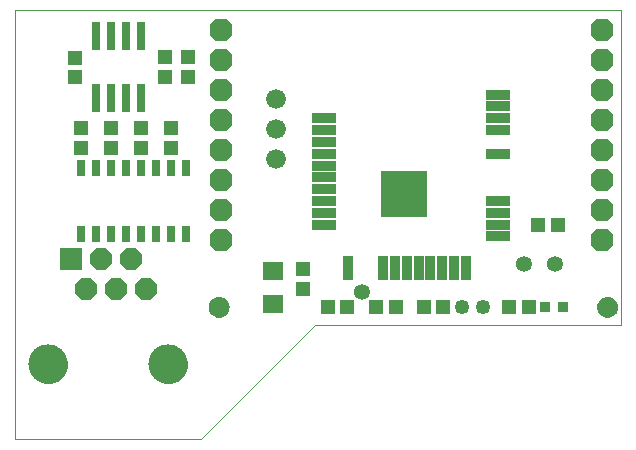
<source format=gts>
G75*
%MOIN*%
%OFA0B0*%
%FSLAX25Y25*%
%IPPOS*%
%LPD*%
%AMOC8*
5,1,8,0,0,1.08239X$1,22.5*
%
%ADD10C,0.00000*%
%ADD11C,0.05324*%
%ADD12OC8,0.07600*%
%ADD13R,0.03750X0.03750*%
%ADD14C,0.00500*%
%ADD15R,0.04931X0.04537*%
%ADD16R,0.04537X0.04931*%
%ADD17R,0.04537X0.04537*%
%ADD18R,0.06899X0.06112*%
%ADD19C,0.04931*%
%ADD20C,0.06600*%
%ADD21R,0.08080X0.03750*%
%ADD22R,0.03750X0.08080*%
%ADD23R,0.15167X0.15167*%
%ADD24R,0.02962X0.05324*%
%ADD25R,0.03000X0.09300*%
%ADD26C,0.13100*%
%ADD27R,0.07200X0.07200*%
%ADD28OC8,0.07200*%
D10*
X0001500Y0001550D02*
X0001500Y0144550D01*
X0203500Y0144550D01*
X0203500Y0039550D01*
X0101500Y0039550D01*
X0063500Y0001550D01*
X0001500Y0001550D01*
X0006250Y0026550D02*
X0006252Y0026708D01*
X0006258Y0026865D01*
X0006268Y0027023D01*
X0006282Y0027180D01*
X0006300Y0027336D01*
X0006321Y0027493D01*
X0006347Y0027648D01*
X0006377Y0027803D01*
X0006410Y0027957D01*
X0006448Y0028110D01*
X0006489Y0028263D01*
X0006534Y0028414D01*
X0006583Y0028564D01*
X0006636Y0028712D01*
X0006692Y0028860D01*
X0006753Y0029005D01*
X0006816Y0029150D01*
X0006884Y0029292D01*
X0006955Y0029433D01*
X0007029Y0029572D01*
X0007107Y0029709D01*
X0007189Y0029844D01*
X0007273Y0029977D01*
X0007362Y0030108D01*
X0007453Y0030236D01*
X0007548Y0030363D01*
X0007645Y0030486D01*
X0007746Y0030608D01*
X0007850Y0030726D01*
X0007957Y0030842D01*
X0008067Y0030955D01*
X0008179Y0031066D01*
X0008295Y0031173D01*
X0008413Y0031278D01*
X0008533Y0031380D01*
X0008656Y0031478D01*
X0008782Y0031574D01*
X0008910Y0031666D01*
X0009040Y0031755D01*
X0009172Y0031841D01*
X0009307Y0031923D01*
X0009444Y0032002D01*
X0009582Y0032077D01*
X0009722Y0032149D01*
X0009865Y0032217D01*
X0010008Y0032282D01*
X0010154Y0032343D01*
X0010301Y0032400D01*
X0010449Y0032454D01*
X0010599Y0032504D01*
X0010749Y0032550D01*
X0010901Y0032592D01*
X0011054Y0032631D01*
X0011208Y0032665D01*
X0011363Y0032696D01*
X0011518Y0032722D01*
X0011674Y0032745D01*
X0011831Y0032764D01*
X0011988Y0032779D01*
X0012145Y0032790D01*
X0012303Y0032797D01*
X0012461Y0032800D01*
X0012618Y0032799D01*
X0012776Y0032794D01*
X0012933Y0032785D01*
X0013091Y0032772D01*
X0013247Y0032755D01*
X0013404Y0032734D01*
X0013559Y0032710D01*
X0013714Y0032681D01*
X0013869Y0032648D01*
X0014022Y0032612D01*
X0014175Y0032571D01*
X0014326Y0032527D01*
X0014476Y0032479D01*
X0014625Y0032428D01*
X0014773Y0032372D01*
X0014919Y0032313D01*
X0015064Y0032250D01*
X0015207Y0032183D01*
X0015348Y0032113D01*
X0015487Y0032040D01*
X0015625Y0031963D01*
X0015761Y0031882D01*
X0015894Y0031798D01*
X0016025Y0031711D01*
X0016154Y0031620D01*
X0016281Y0031526D01*
X0016406Y0031429D01*
X0016527Y0031329D01*
X0016647Y0031226D01*
X0016763Y0031120D01*
X0016877Y0031011D01*
X0016989Y0030899D01*
X0017097Y0030785D01*
X0017202Y0030667D01*
X0017305Y0030547D01*
X0017404Y0030425D01*
X0017500Y0030300D01*
X0017593Y0030172D01*
X0017683Y0030043D01*
X0017769Y0029911D01*
X0017853Y0029777D01*
X0017932Y0029641D01*
X0018009Y0029503D01*
X0018081Y0029363D01*
X0018150Y0029221D01*
X0018216Y0029078D01*
X0018278Y0028933D01*
X0018336Y0028786D01*
X0018391Y0028638D01*
X0018442Y0028489D01*
X0018489Y0028338D01*
X0018532Y0028187D01*
X0018571Y0028034D01*
X0018607Y0027880D01*
X0018638Y0027726D01*
X0018666Y0027571D01*
X0018690Y0027415D01*
X0018710Y0027258D01*
X0018726Y0027101D01*
X0018738Y0026944D01*
X0018746Y0026787D01*
X0018750Y0026629D01*
X0018750Y0026471D01*
X0018746Y0026313D01*
X0018738Y0026156D01*
X0018726Y0025999D01*
X0018710Y0025842D01*
X0018690Y0025685D01*
X0018666Y0025529D01*
X0018638Y0025374D01*
X0018607Y0025220D01*
X0018571Y0025066D01*
X0018532Y0024913D01*
X0018489Y0024762D01*
X0018442Y0024611D01*
X0018391Y0024462D01*
X0018336Y0024314D01*
X0018278Y0024167D01*
X0018216Y0024022D01*
X0018150Y0023879D01*
X0018081Y0023737D01*
X0018009Y0023597D01*
X0017932Y0023459D01*
X0017853Y0023323D01*
X0017769Y0023189D01*
X0017683Y0023057D01*
X0017593Y0022928D01*
X0017500Y0022800D01*
X0017404Y0022675D01*
X0017305Y0022553D01*
X0017202Y0022433D01*
X0017097Y0022315D01*
X0016989Y0022201D01*
X0016877Y0022089D01*
X0016763Y0021980D01*
X0016647Y0021874D01*
X0016527Y0021771D01*
X0016406Y0021671D01*
X0016281Y0021574D01*
X0016154Y0021480D01*
X0016025Y0021389D01*
X0015894Y0021302D01*
X0015761Y0021218D01*
X0015625Y0021137D01*
X0015487Y0021060D01*
X0015348Y0020987D01*
X0015207Y0020917D01*
X0015064Y0020850D01*
X0014919Y0020787D01*
X0014773Y0020728D01*
X0014625Y0020672D01*
X0014476Y0020621D01*
X0014326Y0020573D01*
X0014175Y0020529D01*
X0014022Y0020488D01*
X0013869Y0020452D01*
X0013714Y0020419D01*
X0013559Y0020390D01*
X0013404Y0020366D01*
X0013247Y0020345D01*
X0013091Y0020328D01*
X0012933Y0020315D01*
X0012776Y0020306D01*
X0012618Y0020301D01*
X0012461Y0020300D01*
X0012303Y0020303D01*
X0012145Y0020310D01*
X0011988Y0020321D01*
X0011831Y0020336D01*
X0011674Y0020355D01*
X0011518Y0020378D01*
X0011363Y0020404D01*
X0011208Y0020435D01*
X0011054Y0020469D01*
X0010901Y0020508D01*
X0010749Y0020550D01*
X0010599Y0020596D01*
X0010449Y0020646D01*
X0010301Y0020700D01*
X0010154Y0020757D01*
X0010008Y0020818D01*
X0009865Y0020883D01*
X0009722Y0020951D01*
X0009582Y0021023D01*
X0009444Y0021098D01*
X0009307Y0021177D01*
X0009172Y0021259D01*
X0009040Y0021345D01*
X0008910Y0021434D01*
X0008782Y0021526D01*
X0008656Y0021622D01*
X0008533Y0021720D01*
X0008413Y0021822D01*
X0008295Y0021927D01*
X0008179Y0022034D01*
X0008067Y0022145D01*
X0007957Y0022258D01*
X0007850Y0022374D01*
X0007746Y0022492D01*
X0007645Y0022614D01*
X0007548Y0022737D01*
X0007453Y0022864D01*
X0007362Y0022992D01*
X0007273Y0023123D01*
X0007189Y0023256D01*
X0007107Y0023391D01*
X0007029Y0023528D01*
X0006955Y0023667D01*
X0006884Y0023808D01*
X0006816Y0023950D01*
X0006753Y0024095D01*
X0006692Y0024240D01*
X0006636Y0024388D01*
X0006583Y0024536D01*
X0006534Y0024686D01*
X0006489Y0024837D01*
X0006448Y0024990D01*
X0006410Y0025143D01*
X0006377Y0025297D01*
X0006347Y0025452D01*
X0006321Y0025607D01*
X0006300Y0025764D01*
X0006282Y0025920D01*
X0006268Y0026077D01*
X0006258Y0026235D01*
X0006252Y0026392D01*
X0006250Y0026550D01*
X0046250Y0026550D02*
X0046252Y0026708D01*
X0046258Y0026865D01*
X0046268Y0027023D01*
X0046282Y0027180D01*
X0046300Y0027336D01*
X0046321Y0027493D01*
X0046347Y0027648D01*
X0046377Y0027803D01*
X0046410Y0027957D01*
X0046448Y0028110D01*
X0046489Y0028263D01*
X0046534Y0028414D01*
X0046583Y0028564D01*
X0046636Y0028712D01*
X0046692Y0028860D01*
X0046753Y0029005D01*
X0046816Y0029150D01*
X0046884Y0029292D01*
X0046955Y0029433D01*
X0047029Y0029572D01*
X0047107Y0029709D01*
X0047189Y0029844D01*
X0047273Y0029977D01*
X0047362Y0030108D01*
X0047453Y0030236D01*
X0047548Y0030363D01*
X0047645Y0030486D01*
X0047746Y0030608D01*
X0047850Y0030726D01*
X0047957Y0030842D01*
X0048067Y0030955D01*
X0048179Y0031066D01*
X0048295Y0031173D01*
X0048413Y0031278D01*
X0048533Y0031380D01*
X0048656Y0031478D01*
X0048782Y0031574D01*
X0048910Y0031666D01*
X0049040Y0031755D01*
X0049172Y0031841D01*
X0049307Y0031923D01*
X0049444Y0032002D01*
X0049582Y0032077D01*
X0049722Y0032149D01*
X0049865Y0032217D01*
X0050008Y0032282D01*
X0050154Y0032343D01*
X0050301Y0032400D01*
X0050449Y0032454D01*
X0050599Y0032504D01*
X0050749Y0032550D01*
X0050901Y0032592D01*
X0051054Y0032631D01*
X0051208Y0032665D01*
X0051363Y0032696D01*
X0051518Y0032722D01*
X0051674Y0032745D01*
X0051831Y0032764D01*
X0051988Y0032779D01*
X0052145Y0032790D01*
X0052303Y0032797D01*
X0052461Y0032800D01*
X0052618Y0032799D01*
X0052776Y0032794D01*
X0052933Y0032785D01*
X0053091Y0032772D01*
X0053247Y0032755D01*
X0053404Y0032734D01*
X0053559Y0032710D01*
X0053714Y0032681D01*
X0053869Y0032648D01*
X0054022Y0032612D01*
X0054175Y0032571D01*
X0054326Y0032527D01*
X0054476Y0032479D01*
X0054625Y0032428D01*
X0054773Y0032372D01*
X0054919Y0032313D01*
X0055064Y0032250D01*
X0055207Y0032183D01*
X0055348Y0032113D01*
X0055487Y0032040D01*
X0055625Y0031963D01*
X0055761Y0031882D01*
X0055894Y0031798D01*
X0056025Y0031711D01*
X0056154Y0031620D01*
X0056281Y0031526D01*
X0056406Y0031429D01*
X0056527Y0031329D01*
X0056647Y0031226D01*
X0056763Y0031120D01*
X0056877Y0031011D01*
X0056989Y0030899D01*
X0057097Y0030785D01*
X0057202Y0030667D01*
X0057305Y0030547D01*
X0057404Y0030425D01*
X0057500Y0030300D01*
X0057593Y0030172D01*
X0057683Y0030043D01*
X0057769Y0029911D01*
X0057853Y0029777D01*
X0057932Y0029641D01*
X0058009Y0029503D01*
X0058081Y0029363D01*
X0058150Y0029221D01*
X0058216Y0029078D01*
X0058278Y0028933D01*
X0058336Y0028786D01*
X0058391Y0028638D01*
X0058442Y0028489D01*
X0058489Y0028338D01*
X0058532Y0028187D01*
X0058571Y0028034D01*
X0058607Y0027880D01*
X0058638Y0027726D01*
X0058666Y0027571D01*
X0058690Y0027415D01*
X0058710Y0027258D01*
X0058726Y0027101D01*
X0058738Y0026944D01*
X0058746Y0026787D01*
X0058750Y0026629D01*
X0058750Y0026471D01*
X0058746Y0026313D01*
X0058738Y0026156D01*
X0058726Y0025999D01*
X0058710Y0025842D01*
X0058690Y0025685D01*
X0058666Y0025529D01*
X0058638Y0025374D01*
X0058607Y0025220D01*
X0058571Y0025066D01*
X0058532Y0024913D01*
X0058489Y0024762D01*
X0058442Y0024611D01*
X0058391Y0024462D01*
X0058336Y0024314D01*
X0058278Y0024167D01*
X0058216Y0024022D01*
X0058150Y0023879D01*
X0058081Y0023737D01*
X0058009Y0023597D01*
X0057932Y0023459D01*
X0057853Y0023323D01*
X0057769Y0023189D01*
X0057683Y0023057D01*
X0057593Y0022928D01*
X0057500Y0022800D01*
X0057404Y0022675D01*
X0057305Y0022553D01*
X0057202Y0022433D01*
X0057097Y0022315D01*
X0056989Y0022201D01*
X0056877Y0022089D01*
X0056763Y0021980D01*
X0056647Y0021874D01*
X0056527Y0021771D01*
X0056406Y0021671D01*
X0056281Y0021574D01*
X0056154Y0021480D01*
X0056025Y0021389D01*
X0055894Y0021302D01*
X0055761Y0021218D01*
X0055625Y0021137D01*
X0055487Y0021060D01*
X0055348Y0020987D01*
X0055207Y0020917D01*
X0055064Y0020850D01*
X0054919Y0020787D01*
X0054773Y0020728D01*
X0054625Y0020672D01*
X0054476Y0020621D01*
X0054326Y0020573D01*
X0054175Y0020529D01*
X0054022Y0020488D01*
X0053869Y0020452D01*
X0053714Y0020419D01*
X0053559Y0020390D01*
X0053404Y0020366D01*
X0053247Y0020345D01*
X0053091Y0020328D01*
X0052933Y0020315D01*
X0052776Y0020306D01*
X0052618Y0020301D01*
X0052461Y0020300D01*
X0052303Y0020303D01*
X0052145Y0020310D01*
X0051988Y0020321D01*
X0051831Y0020336D01*
X0051674Y0020355D01*
X0051518Y0020378D01*
X0051363Y0020404D01*
X0051208Y0020435D01*
X0051054Y0020469D01*
X0050901Y0020508D01*
X0050749Y0020550D01*
X0050599Y0020596D01*
X0050449Y0020646D01*
X0050301Y0020700D01*
X0050154Y0020757D01*
X0050008Y0020818D01*
X0049865Y0020883D01*
X0049722Y0020951D01*
X0049582Y0021023D01*
X0049444Y0021098D01*
X0049307Y0021177D01*
X0049172Y0021259D01*
X0049040Y0021345D01*
X0048910Y0021434D01*
X0048782Y0021526D01*
X0048656Y0021622D01*
X0048533Y0021720D01*
X0048413Y0021822D01*
X0048295Y0021927D01*
X0048179Y0022034D01*
X0048067Y0022145D01*
X0047957Y0022258D01*
X0047850Y0022374D01*
X0047746Y0022492D01*
X0047645Y0022614D01*
X0047548Y0022737D01*
X0047453Y0022864D01*
X0047362Y0022992D01*
X0047273Y0023123D01*
X0047189Y0023256D01*
X0047107Y0023391D01*
X0047029Y0023528D01*
X0046955Y0023667D01*
X0046884Y0023808D01*
X0046816Y0023950D01*
X0046753Y0024095D01*
X0046692Y0024240D01*
X0046636Y0024388D01*
X0046583Y0024536D01*
X0046534Y0024686D01*
X0046489Y0024837D01*
X0046448Y0024990D01*
X0046410Y0025143D01*
X0046377Y0025297D01*
X0046347Y0025452D01*
X0046321Y0025607D01*
X0046300Y0025764D01*
X0046282Y0025920D01*
X0046268Y0026077D01*
X0046258Y0026235D01*
X0046252Y0026392D01*
X0046250Y0026550D01*
D11*
X0117000Y0050550D03*
X0171000Y0060050D03*
X0181500Y0060050D03*
D12*
X0197000Y0068050D03*
X0197000Y0078050D03*
X0197000Y0088050D03*
X0197000Y0098050D03*
X0197000Y0108050D03*
X0197000Y0118050D03*
X0197000Y0128050D03*
X0197000Y0138050D03*
X0070000Y0138050D03*
X0070000Y0128050D03*
X0070000Y0118050D03*
X0070000Y0108050D03*
X0070000Y0098050D03*
X0070000Y0088050D03*
X0070000Y0078050D03*
X0070000Y0068050D03*
D13*
X0178047Y0045550D03*
X0183953Y0045550D03*
D14*
X0195850Y0045550D02*
X0195911Y0044936D01*
X0196090Y0044345D01*
X0196381Y0043800D01*
X0196773Y0043323D01*
X0197250Y0042931D01*
X0197795Y0042640D01*
X0198386Y0042461D01*
X0199000Y0042400D01*
X0199614Y0042461D01*
X0200205Y0042640D01*
X0200750Y0042931D01*
X0201227Y0043323D01*
X0201619Y0043800D01*
X0201910Y0044345D01*
X0202089Y0044936D01*
X0202150Y0045550D01*
X0202089Y0046164D01*
X0201910Y0046755D01*
X0201619Y0047300D01*
X0201227Y0047777D01*
X0200750Y0048169D01*
X0200205Y0048460D01*
X0199614Y0048639D01*
X0199000Y0048700D01*
X0198386Y0048639D01*
X0197795Y0048460D01*
X0197250Y0048169D01*
X0196773Y0047777D01*
X0196381Y0047300D01*
X0196090Y0046755D01*
X0195911Y0046164D01*
X0195850Y0045550D01*
X0195852Y0045532D02*
X0202148Y0045532D01*
X0202102Y0046031D02*
X0195898Y0046031D01*
X0196022Y0046529D02*
X0201978Y0046529D01*
X0201764Y0047028D02*
X0196236Y0047028D01*
X0196567Y0047526D02*
X0201433Y0047526D01*
X0200925Y0048025D02*
X0197075Y0048025D01*
X0198004Y0048523D02*
X0199996Y0048523D01*
X0202099Y0045034D02*
X0195901Y0045034D01*
X0196032Y0044535D02*
X0201968Y0044535D01*
X0201745Y0044037D02*
X0196255Y0044037D01*
X0196596Y0043538D02*
X0201404Y0043538D01*
X0200882Y0043040D02*
X0197118Y0043040D01*
X0198121Y0042541D02*
X0199879Y0042541D01*
X0072650Y0045550D02*
X0072589Y0044936D01*
X0072410Y0044345D01*
X0072119Y0043800D01*
X0071727Y0043323D01*
X0071250Y0042931D01*
X0070705Y0042640D01*
X0070114Y0042461D01*
X0069500Y0042400D01*
X0068886Y0042461D01*
X0068295Y0042640D01*
X0067750Y0042931D01*
X0067273Y0043323D01*
X0066881Y0043800D01*
X0066590Y0044345D01*
X0066411Y0044936D01*
X0066350Y0045550D01*
X0066411Y0046164D01*
X0066590Y0046755D01*
X0066881Y0047300D01*
X0067273Y0047777D01*
X0067750Y0048169D01*
X0068295Y0048460D01*
X0068886Y0048639D01*
X0069500Y0048700D01*
X0070114Y0048639D01*
X0070705Y0048460D01*
X0071250Y0048169D01*
X0071727Y0047777D01*
X0072119Y0047300D01*
X0072410Y0046755D01*
X0072589Y0046164D01*
X0072650Y0045550D01*
X0072648Y0045532D02*
X0066352Y0045532D01*
X0066398Y0046031D02*
X0072602Y0046031D01*
X0072478Y0046529D02*
X0066522Y0046529D01*
X0066736Y0047028D02*
X0072264Y0047028D01*
X0071933Y0047526D02*
X0067067Y0047526D01*
X0067575Y0048025D02*
X0071425Y0048025D01*
X0070496Y0048523D02*
X0068504Y0048523D01*
X0066401Y0045034D02*
X0072599Y0045034D01*
X0072468Y0044535D02*
X0066532Y0044535D01*
X0066755Y0044037D02*
X0072245Y0044037D01*
X0071904Y0043538D02*
X0067096Y0043538D01*
X0067618Y0043040D02*
X0071382Y0043040D01*
X0070379Y0042541D02*
X0068621Y0042541D01*
D15*
X0121654Y0045550D03*
X0128346Y0045550D03*
X0166154Y0045550D03*
X0172846Y0045550D03*
X0175654Y0073050D03*
X0182346Y0073050D03*
D16*
X0097500Y0058396D03*
X0097500Y0051704D03*
X0053500Y0098704D03*
X0053500Y0105396D03*
X0043500Y0105396D03*
X0043500Y0098704D03*
X0033500Y0098704D03*
X0033500Y0105396D03*
X0023500Y0105396D03*
X0023500Y0098704D03*
X0051500Y0122204D03*
X0051500Y0128896D03*
X0059000Y0128896D03*
X0059000Y0122204D03*
D17*
X0021500Y0122400D03*
X0021500Y0128700D03*
X0105850Y0045550D03*
X0112150Y0045550D03*
X0137850Y0045550D03*
X0144150Y0045550D03*
D18*
X0087500Y0046538D03*
X0087500Y0057562D03*
D19*
X0150500Y0045550D03*
X0157500Y0045550D03*
D20*
X0088500Y0095050D03*
X0088500Y0105050D03*
X0088500Y0115050D03*
D21*
X0104500Y0108550D03*
X0104500Y0104613D03*
X0104500Y0100676D03*
X0104500Y0096739D03*
X0104500Y0092802D03*
X0104500Y0088865D03*
X0104500Y0084928D03*
X0104500Y0080991D03*
X0104500Y0077054D03*
X0104500Y0073117D03*
X0162374Y0073117D03*
X0162374Y0069180D03*
X0162374Y0077054D03*
X0162374Y0080991D03*
X0162374Y0096739D03*
X0162374Y0104613D03*
X0162374Y0108550D03*
X0162374Y0112487D03*
X0162374Y0116424D03*
D22*
X0151744Y0058550D03*
X0147807Y0058550D03*
X0143870Y0058550D03*
X0139933Y0058550D03*
X0135996Y0058550D03*
X0132059Y0058550D03*
X0128122Y0058550D03*
X0124185Y0058550D03*
X0112374Y0058550D03*
D23*
X0131272Y0083432D03*
D24*
X0058500Y0092074D03*
X0053500Y0092074D03*
X0048500Y0092074D03*
X0043500Y0092074D03*
X0038500Y0092074D03*
X0033500Y0092074D03*
X0028500Y0092074D03*
X0023500Y0092074D03*
X0023500Y0070026D03*
X0028500Y0070026D03*
X0033500Y0070026D03*
X0038500Y0070026D03*
X0043500Y0070026D03*
X0048500Y0070026D03*
X0053500Y0070026D03*
X0058500Y0070026D03*
D25*
X0043500Y0115250D03*
X0038500Y0115250D03*
X0033500Y0115250D03*
X0028500Y0115250D03*
X0028500Y0135850D03*
X0033500Y0135850D03*
X0038500Y0135850D03*
X0043500Y0135850D03*
D26*
X0052500Y0026550D03*
X0012500Y0026550D03*
D27*
X0020000Y0061550D03*
D28*
X0025000Y0051550D03*
X0030000Y0061550D03*
X0035000Y0051550D03*
X0045000Y0051550D03*
X0040000Y0061550D03*
M02*

</source>
